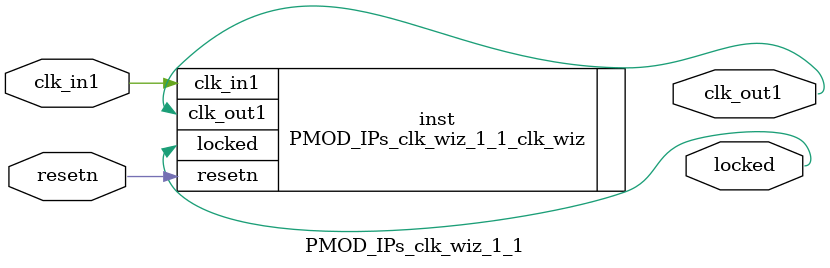
<source format=v>


`timescale 1ps/1ps

(* CORE_GENERATION_INFO = "PMOD_IPs_clk_wiz_1_1,clk_wiz_v6_0_13_0_0,{component_name=PMOD_IPs_clk_wiz_1_1,use_phase_alignment=true,use_min_o_jitter=false,use_max_i_jitter=false,use_dyn_phase_shift=false,use_inclk_switchover=false,use_dyn_reconfig=false,enable_axi=0,feedback_source=FDBK_AUTO,PRIMITIVE=MMCM,num_out_clk=1,clkin1_period=10.000,clkin2_period=10.000,use_power_down=false,use_reset=true,use_locked=true,use_inclk_stopped=false,feedback_type=SINGLE,CLOCK_MGR_TYPE=NA,manual_override=false}" *)

module PMOD_IPs_clk_wiz_1_1 
 (
  // Clock out ports
  output        clk_out1,
  // Status and control signals
  input         resetn,
  output        locked,
 // Clock in ports
  input         clk_in1
 );

  PMOD_IPs_clk_wiz_1_1_clk_wiz inst
  (
  // Clock out ports  
  .clk_out1(clk_out1),
  // Status and control signals               
  .resetn(resetn), 
  .locked(locked),
 // Clock in ports
  .clk_in1(clk_in1)
  );

endmodule

</source>
